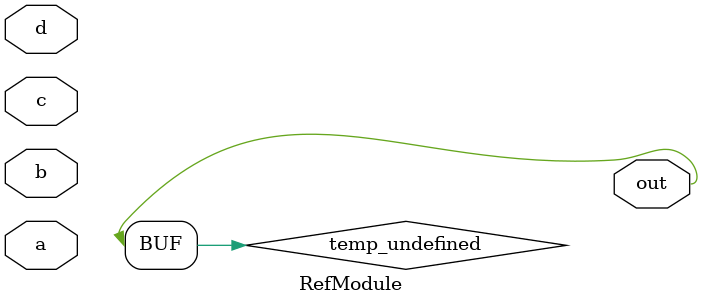
<source format=sv>

module RefModule (
  input a,
  input b,
  input c,
  input d,
  output out
);

  assign out = temp_undefined;

endmodule


</source>
